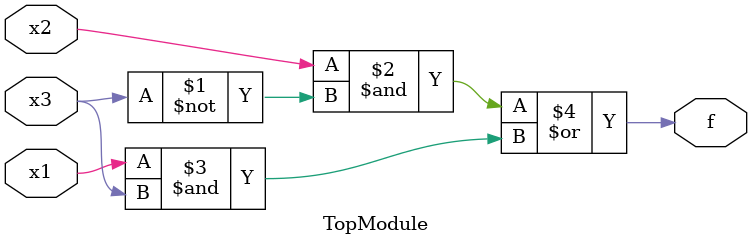
<source format=sv>
module TopModule
(
  input  logic x3,
  input  logic x2,
  input  logic x1,
  output logic f
);

  // Combinational logic

  assign f = x2 & ~x3 | x1 & x3;

endmodule
</source>
